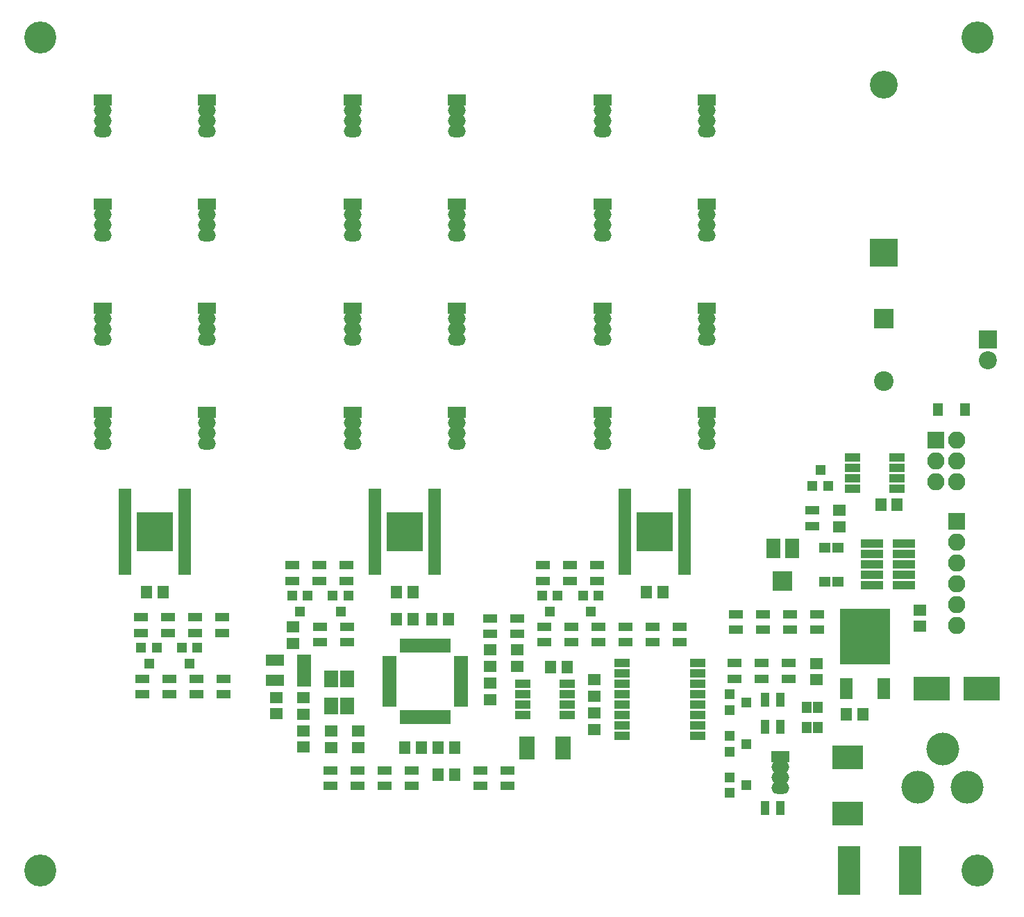
<source format=gbr>
G04 #@! TF.FileFunction,Soldermask,Top*
%FSLAX46Y46*%
G04 Gerber Fmt 4.6, Leading zero omitted, Abs format (unit mm)*
G04 Created by KiCad (PCBNEW 4.0.7) date Saturday, March 31, 2018 'PMt' 05:04:50 PM*
%MOMM*%
%LPD*%
G01*
G04 APERTURE LIST*
%ADD10C,0.100000*%
%ADD11C,4.000000*%
%ADD12R,2.700000X6.000000*%
%ADD13C,3.400000*%
%ADD14R,3.400000X3.400000*%
%ADD15R,2.400000X2.400000*%
%ADD16C,2.400000*%
%ADD17R,1.650000X1.400000*%
%ADD18R,1.400000X1.650000*%
%ADD19R,2.100000X2.100000*%
%ADD20O,2.100000X2.100000*%
%ADD21R,2.200000X1.470000*%
%ADD22O,2.200000X1.470000*%
%ADD23R,2.800000X1.140000*%
%ADD24R,1.200000X1.300000*%
%ADD25R,1.300000X1.200000*%
%ADD26R,1.700000X1.100000*%
%ADD27R,1.100000X1.700000*%
%ADD28R,1.400000X1.300000*%
%ADD29R,1.700000X0.650000*%
%ADD30R,0.650000X1.700000*%
%ADD31R,1.600000X0.800000*%
%ADD32R,4.510000X4.760000*%
%ADD33R,1.600000X2.600000*%
%ADD34R,6.200000X6.800000*%
%ADD35R,1.900000X1.000000*%
%ADD36R,1.950000X1.000000*%
%ADD37R,4.400000X2.900000*%
%ADD38R,2.200000X1.400000*%
%ADD39R,1.700000X2.000000*%
%ADD40C,3.900000*%
%ADD41R,1.700000X2.400000*%
%ADD42R,2.200000X2.200000*%
%ADD43C,2.200000*%
%ADD44R,1.200000X1.400000*%
%ADD45R,1.670000X1.370000*%
%ADD46R,1.300000X1.600000*%
%ADD47R,3.700000X2.900000*%
%ADD48R,1.850000X0.850000*%
G04 APERTURE END LIST*
D10*
D11*
X207360000Y-130810000D03*
X213360000Y-130810000D03*
X210360000Y-126110000D03*
D12*
X198975000Y-140970000D03*
X206375000Y-140970000D03*
D13*
X203200000Y-45085000D03*
D14*
X203200000Y-65575000D03*
D15*
X203200000Y-73660000D03*
D16*
X203200000Y-81260000D03*
D17*
X129142000Y-121861000D03*
X129142000Y-119861000D03*
X131174000Y-111257000D03*
X131174000Y-113257000D03*
X132444000Y-125925000D03*
X132444000Y-123925000D03*
X132444000Y-121893000D03*
X132444000Y-119893000D03*
X167877000Y-121766000D03*
X167877000Y-123766000D03*
X197739000Y-97028000D03*
X197739000Y-99028000D03*
X139065000Y-125984000D03*
X139065000Y-123984000D03*
X155177000Y-114051000D03*
X155177000Y-116051000D03*
D18*
X143779000Y-110336000D03*
X145779000Y-110336000D03*
X150859000Y-125957000D03*
X148859000Y-125957000D03*
D17*
X135763000Y-125984000D03*
X135763000Y-123984000D03*
X158479000Y-114051000D03*
X158479000Y-116051000D03*
D18*
X150859000Y-129259000D03*
X148859000Y-129259000D03*
X144795000Y-125957000D03*
X146795000Y-125957000D03*
X148065000Y-110336000D03*
X150065000Y-110336000D03*
D17*
X155177000Y-120115000D03*
X155177000Y-118115000D03*
D18*
X143779000Y-107034000D03*
X145779000Y-107034000D03*
X174259000Y-107034000D03*
X176259000Y-107034000D03*
D19*
X212073000Y-98398200D03*
D20*
X212073000Y-100938200D03*
X212073000Y-103478200D03*
X212073000Y-106018200D03*
X212073000Y-108558200D03*
X212073000Y-111098200D03*
D21*
X181610000Y-85090000D03*
D22*
X181610000Y-86360000D03*
X181610000Y-87630000D03*
X181610000Y-88900000D03*
D21*
X181610000Y-72390000D03*
D22*
X181610000Y-73660000D03*
X181610000Y-74930000D03*
X181610000Y-76200000D03*
D21*
X181610000Y-59690000D03*
D22*
X181610000Y-60960000D03*
X181610000Y-62230000D03*
X181610000Y-63500000D03*
D21*
X181610000Y-46990000D03*
D22*
X181610000Y-48260000D03*
X181610000Y-49530000D03*
X181610000Y-50800000D03*
D21*
X168910000Y-85090000D03*
D22*
X168910000Y-86360000D03*
X168910000Y-87630000D03*
X168910000Y-88900000D03*
D21*
X168910000Y-72390000D03*
D22*
X168910000Y-73660000D03*
X168910000Y-74930000D03*
X168910000Y-76200000D03*
D21*
X168910000Y-59690000D03*
D22*
X168910000Y-60960000D03*
X168910000Y-62230000D03*
X168910000Y-63500000D03*
D21*
X168910000Y-46990000D03*
D22*
X168910000Y-48260000D03*
X168910000Y-49530000D03*
X168910000Y-50800000D03*
D21*
X151130000Y-85090000D03*
D22*
X151130000Y-86360000D03*
X151130000Y-87630000D03*
X151130000Y-88900000D03*
D21*
X151130000Y-72390000D03*
D22*
X151130000Y-73660000D03*
X151130000Y-74930000D03*
X151130000Y-76200000D03*
D21*
X151130000Y-59690000D03*
D22*
X151130000Y-60960000D03*
X151130000Y-62230000D03*
X151130000Y-63500000D03*
D21*
X151130000Y-46990000D03*
D22*
X151130000Y-48260000D03*
X151130000Y-49530000D03*
X151130000Y-50800000D03*
D21*
X138430000Y-85090000D03*
D22*
X138430000Y-86360000D03*
X138430000Y-87630000D03*
X138430000Y-88900000D03*
D21*
X138430000Y-72390000D03*
D22*
X138430000Y-73660000D03*
X138430000Y-74930000D03*
X138430000Y-76200000D03*
D21*
X138430000Y-59690000D03*
D22*
X138430000Y-60960000D03*
X138430000Y-62230000D03*
X138430000Y-63500000D03*
D21*
X138430000Y-46990000D03*
D22*
X138430000Y-48260000D03*
X138430000Y-49530000D03*
X138430000Y-50800000D03*
D21*
X120650000Y-85090000D03*
D22*
X120650000Y-86360000D03*
X120650000Y-87630000D03*
X120650000Y-88900000D03*
D21*
X120650000Y-72390000D03*
D22*
X120650000Y-73660000D03*
X120650000Y-74930000D03*
X120650000Y-76200000D03*
D21*
X120650000Y-59690000D03*
D22*
X120650000Y-60960000D03*
X120650000Y-62230000D03*
X120650000Y-63500000D03*
D21*
X120650000Y-46990000D03*
D22*
X120650000Y-48260000D03*
X120650000Y-49530000D03*
X120650000Y-50800000D03*
D21*
X107950000Y-85090000D03*
D22*
X107950000Y-86360000D03*
X107950000Y-87630000D03*
X107950000Y-88900000D03*
D21*
X107950000Y-72390000D03*
D22*
X107950000Y-73660000D03*
X107950000Y-74930000D03*
X107950000Y-76200000D03*
D21*
X107950000Y-59690000D03*
D22*
X107950000Y-60960000D03*
X107950000Y-62230000D03*
X107950000Y-63500000D03*
D21*
X107950000Y-46990000D03*
D22*
X107950000Y-48260000D03*
X107950000Y-49530000D03*
X107950000Y-50800000D03*
D23*
X201713000Y-101092000D03*
X205613000Y-101092000D03*
X201713000Y-102362000D03*
X205613000Y-102362000D03*
X201713000Y-103632000D03*
X205613000Y-103632000D03*
X201713000Y-104902000D03*
X205613000Y-104902000D03*
X201713000Y-106172000D03*
X205613000Y-106172000D03*
D24*
X194503000Y-94075000D03*
X196403000Y-94075000D03*
X195453000Y-92075000D03*
D25*
X184387000Y-119485000D03*
X184387000Y-121385000D03*
X186387000Y-120435000D03*
X184387000Y-124565000D03*
X184387000Y-126465000D03*
X186387000Y-125515000D03*
D24*
X114532000Y-113765000D03*
X112632000Y-113765000D03*
X113582000Y-115765000D03*
X119485000Y-113765000D03*
X117585000Y-113765000D03*
X118535000Y-115765000D03*
X163432000Y-107415000D03*
X161532000Y-107415000D03*
X162482000Y-109415000D03*
X168385000Y-107415000D03*
X166485000Y-107415000D03*
X167435000Y-109415000D03*
X132947000Y-107415000D03*
X131047000Y-107415000D03*
X131997000Y-109415000D03*
D26*
X194437000Y-97033000D03*
X194437000Y-98933000D03*
D27*
X190610000Y-120115000D03*
X188710000Y-120115000D03*
X188710000Y-123417000D03*
X190610000Y-123417000D03*
X188710000Y-133323000D03*
X190610000Y-133323000D03*
D26*
X185022000Y-115675000D03*
X185022000Y-117575000D03*
X188324000Y-115675000D03*
X188324000Y-117575000D03*
X191626000Y-115670000D03*
X191626000Y-117570000D03*
X195055000Y-109701000D03*
X195055000Y-111601000D03*
X185149000Y-111601000D03*
X185149000Y-109701000D03*
X188451000Y-109701000D03*
X188451000Y-111601000D03*
X135746000Y-128751000D03*
X135746000Y-130651000D03*
X139048000Y-128751000D03*
X139048000Y-130651000D03*
X142350000Y-128751000D03*
X142350000Y-130651000D03*
X145652000Y-128756000D03*
X145652000Y-130656000D03*
X154034000Y-128751000D03*
X154034000Y-130651000D03*
X157336000Y-128751000D03*
X157336000Y-130651000D03*
X191748000Y-109706000D03*
X191748000Y-111606000D03*
X158479000Y-112114000D03*
X158479000Y-110214000D03*
X155177000Y-112109000D03*
X155177000Y-110209000D03*
X122538000Y-111982000D03*
X122538000Y-110082000D03*
X122665000Y-117580000D03*
X122665000Y-119480000D03*
X112759000Y-117580000D03*
X112759000Y-119480000D03*
X116061000Y-117580000D03*
X116061000Y-119480000D03*
X112632000Y-111987000D03*
X112632000Y-110087000D03*
X115934000Y-111982000D03*
X115934000Y-110082000D03*
X119231000Y-111982000D03*
X119231000Y-110082000D03*
X119363000Y-117575000D03*
X119363000Y-119475000D03*
X161798000Y-111225000D03*
X161798000Y-113125000D03*
X161654000Y-105632000D03*
X161654000Y-103732000D03*
X164956000Y-105632000D03*
X164956000Y-103732000D03*
X168258000Y-105632000D03*
X168258000Y-103732000D03*
X165100000Y-111225000D03*
X165100000Y-113125000D03*
X134471000Y-111230000D03*
X134471000Y-113130000D03*
X131047000Y-105632000D03*
X131047000Y-103732000D03*
X134349000Y-105632000D03*
X134349000Y-103732000D03*
X137651000Y-105637000D03*
X137651000Y-103737000D03*
D28*
X196012000Y-105700000D03*
X197612000Y-105700000D03*
X196012000Y-101600000D03*
X197612000Y-101600000D03*
D29*
X142917000Y-115111000D03*
X142917000Y-115611000D03*
X142917000Y-116111000D03*
X142917000Y-116611000D03*
X142917000Y-117111000D03*
X142917000Y-117611000D03*
X142917000Y-118111000D03*
X142917000Y-118611000D03*
X142917000Y-119111000D03*
X142917000Y-119611000D03*
X142917000Y-120111000D03*
X142917000Y-120611000D03*
D30*
X144517000Y-122211000D03*
X145017000Y-122211000D03*
X145517000Y-122211000D03*
X146017000Y-122211000D03*
X146517000Y-122211000D03*
X147017000Y-122211000D03*
X147517000Y-122211000D03*
X148017000Y-122211000D03*
X148517000Y-122211000D03*
X149017000Y-122211000D03*
X149517000Y-122211000D03*
X150017000Y-122211000D03*
D29*
X151617000Y-120611000D03*
X151617000Y-120111000D03*
X151617000Y-119611000D03*
X151617000Y-119111000D03*
X151617000Y-118611000D03*
X151617000Y-118111000D03*
X151617000Y-117611000D03*
X151617000Y-117111000D03*
X151617000Y-116611000D03*
X151617000Y-116111000D03*
X151617000Y-115611000D03*
X151617000Y-115111000D03*
D30*
X150017000Y-113511000D03*
X149517000Y-113511000D03*
X149017000Y-113511000D03*
X148517000Y-113511000D03*
X148017000Y-113511000D03*
X147517000Y-113511000D03*
X147017000Y-113511000D03*
X146517000Y-113511000D03*
X146017000Y-113511000D03*
X145517000Y-113511000D03*
X145017000Y-113511000D03*
X144517000Y-113511000D03*
D31*
X117918000Y-104521200D03*
X117918000Y-103871200D03*
X117918000Y-103221200D03*
X117918000Y-102571200D03*
X117918000Y-101921200D03*
X117918000Y-101271200D03*
X117918000Y-100621200D03*
X117918000Y-99971200D03*
X117918000Y-99321200D03*
X117918000Y-98671200D03*
X117918000Y-98021200D03*
X117918000Y-97371200D03*
X117918000Y-96721200D03*
X117918000Y-96071200D03*
X117918000Y-95421200D03*
X117918000Y-94771200D03*
X110618000Y-94771200D03*
X110618000Y-95421200D03*
X110618000Y-96071200D03*
X110618000Y-96721200D03*
X110618000Y-97371200D03*
X110618000Y-98021200D03*
X110618000Y-98671200D03*
X110618000Y-99321200D03*
X110618000Y-99971200D03*
X110618000Y-100621200D03*
X110618000Y-101271200D03*
X110618000Y-101921200D03*
X110618000Y-102571200D03*
X110618000Y-103221200D03*
X110618000Y-103871200D03*
X110618000Y-104521200D03*
D32*
X114268000Y-99646200D03*
D31*
X148398000Y-104521200D03*
X148398000Y-103871200D03*
X148398000Y-103221200D03*
X148398000Y-102571200D03*
X148398000Y-101921200D03*
X148398000Y-101271200D03*
X148398000Y-100621200D03*
X148398000Y-99971200D03*
X148398000Y-99321200D03*
X148398000Y-98671200D03*
X148398000Y-98021200D03*
X148398000Y-97371200D03*
X148398000Y-96721200D03*
X148398000Y-96071200D03*
X148398000Y-95421200D03*
X148398000Y-94771200D03*
X141098000Y-94771200D03*
X141098000Y-95421200D03*
X141098000Y-96071200D03*
X141098000Y-96721200D03*
X141098000Y-97371200D03*
X141098000Y-98021200D03*
X141098000Y-98671200D03*
X141098000Y-99321200D03*
X141098000Y-99971200D03*
X141098000Y-100621200D03*
X141098000Y-101271200D03*
X141098000Y-101921200D03*
X141098000Y-102571200D03*
X141098000Y-103221200D03*
X141098000Y-103871200D03*
X141098000Y-104521200D03*
D32*
X144748000Y-99646200D03*
D31*
X178878000Y-104521200D03*
X178878000Y-103871200D03*
X178878000Y-103221200D03*
X178878000Y-102571200D03*
X178878000Y-101921200D03*
X178878000Y-101271200D03*
X178878000Y-100621200D03*
X178878000Y-99971200D03*
X178878000Y-99321200D03*
X178878000Y-98671200D03*
X178878000Y-98021200D03*
X178878000Y-97371200D03*
X178878000Y-96721200D03*
X178878000Y-96071200D03*
X178878000Y-95421200D03*
X178878000Y-94771200D03*
X171578000Y-94771200D03*
X171578000Y-95421200D03*
X171578000Y-96071200D03*
X171578000Y-96721200D03*
X171578000Y-97371200D03*
X171578000Y-98021200D03*
X171578000Y-98671200D03*
X171578000Y-99321200D03*
X171578000Y-99971200D03*
X171578000Y-100621200D03*
X171578000Y-101271200D03*
X171578000Y-101921200D03*
X171578000Y-102571200D03*
X171578000Y-103221200D03*
X171578000Y-103871200D03*
X171578000Y-104521200D03*
D32*
X175228000Y-99646200D03*
D33*
X198640000Y-118745000D03*
X203200000Y-118745000D03*
D34*
X200920000Y-112445000D03*
D35*
X171228000Y-115670000D03*
X171228000Y-116940000D03*
X171228000Y-118210000D03*
X171228000Y-119480000D03*
X171228000Y-120750000D03*
X171228000Y-122020000D03*
X171228000Y-123290000D03*
X171228000Y-124560000D03*
X180528000Y-124560000D03*
X180528000Y-123290000D03*
X180528000Y-122020000D03*
X180528000Y-120750000D03*
X180528000Y-119480000D03*
X180528000Y-118210000D03*
X180528000Y-116940000D03*
X180528000Y-115670000D03*
D36*
X159175000Y-118210000D03*
X159175000Y-119480000D03*
X159175000Y-120750000D03*
X159175000Y-122020000D03*
X164575000Y-122020000D03*
X164575000Y-120750000D03*
X164575000Y-119480000D03*
X164575000Y-118210000D03*
D19*
X209533000Y-88492200D03*
D20*
X212073000Y-88492200D03*
X209533000Y-91032200D03*
X212073000Y-91032200D03*
X209533000Y-93572200D03*
X212073000Y-93572200D03*
D26*
X137778000Y-111225000D03*
X137778000Y-113125000D03*
X175006000Y-111225000D03*
X175006000Y-113125000D03*
D17*
X194945000Y-115697000D03*
X194945000Y-117697000D03*
X167877000Y-119702000D03*
X167877000Y-117702000D03*
D18*
X162575000Y-116178000D03*
X164575000Y-116178000D03*
X113299000Y-107034000D03*
X115299000Y-107034000D03*
D37*
X209040000Y-118745000D03*
X215140000Y-118745000D03*
D18*
X200643000Y-121893000D03*
X198643000Y-121893000D03*
D38*
X128905000Y-115289000D03*
X128905000Y-117789000D03*
D39*
X135778000Y-117575000D03*
X135778000Y-120875000D03*
X137778000Y-120875000D03*
X137778000Y-117575000D03*
D40*
X100330000Y-39370000D03*
X100330000Y-140970000D03*
X214630000Y-140970000D03*
X214630000Y-39370000D03*
D17*
X207628000Y-111193000D03*
X207628000Y-109193000D03*
D41*
X189707000Y-101637000D03*
D15*
X190857000Y-105637000D03*
D41*
X192007000Y-101637000D03*
D26*
X178308000Y-111225000D03*
X178308000Y-113125000D03*
D18*
X202834000Y-96366200D03*
X204834000Y-96366200D03*
D25*
X184419000Y-129579000D03*
X184419000Y-131479000D03*
X186419000Y-130529000D03*
D42*
X215900000Y-76200000D03*
D43*
X215900000Y-78740000D03*
D24*
X137900000Y-107415000D03*
X136000000Y-107415000D03*
X136950000Y-109415000D03*
D26*
X168402000Y-111225000D03*
X168402000Y-113125000D03*
X171704000Y-111225000D03*
X171704000Y-113125000D03*
D21*
X190610000Y-127100000D03*
D22*
X190610000Y-128370000D03*
X190610000Y-129640000D03*
X190610000Y-130910000D03*
D44*
X193785000Y-123544000D03*
X193785000Y-121044000D03*
X195185000Y-121044000D03*
X195185000Y-123544000D03*
D45*
X132461000Y-117856000D03*
X132461000Y-116586000D03*
X132461000Y-115316000D03*
D46*
X213106000Y-84709000D03*
X209806000Y-84709000D03*
D47*
X198755000Y-133985000D03*
X198755000Y-127185000D03*
D48*
X159684000Y-125065000D03*
X159684000Y-125715000D03*
X159684000Y-126365000D03*
X159684000Y-127015000D03*
X164084000Y-127015000D03*
X164084000Y-126365000D03*
X164084000Y-125715000D03*
X164084000Y-125065000D03*
D36*
X199357000Y-90551000D03*
X199357000Y-91821000D03*
X199357000Y-93091000D03*
X199357000Y-94361000D03*
X204757000Y-94361000D03*
X204757000Y-93091000D03*
X204757000Y-91821000D03*
X204757000Y-90551000D03*
M02*

</source>
